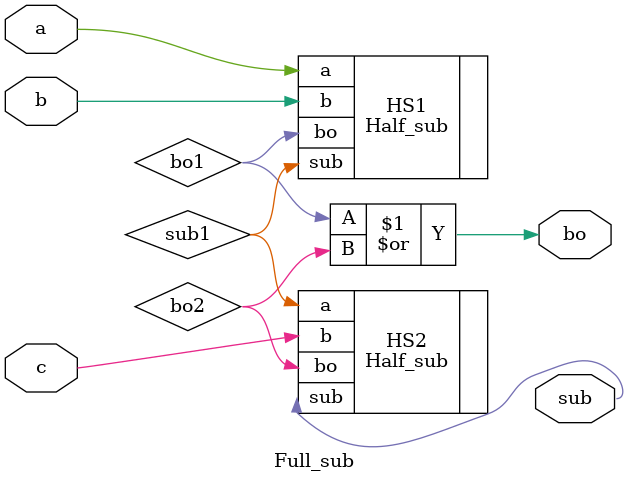
<source format=v>
`timescale 1ns / 1ps

module Full_sub(
    input a,b,c,
    output sub,bo
    );
    
    wire bo1,bo2,sub1;
    Half_sub HS1(.a(a),.b(b),.sub(sub1),.bo(bo1));
    Half_sub HS2(.a(sub1),.b(c),.sub(sub),.bo(bo2));
    or g1(bo,bo1,bo2);
    
endmodule

</source>
